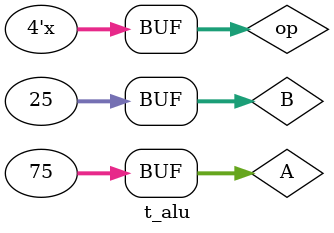
<source format=v>
/*
    date:   2018/05/31
    tag:    alu test file
*/
`include "alu.v"

module t_alu();
    reg[3:0]    op;
    reg[31:0]   A,B;

    wire[31:0]  y;
    wire        zero;

    parameter
    AND = 4'b0000,
    OR  = 4'b0001,
    add = 4'b0010,
    sub = 4'b0110,
    slt = 4'b0111;

    initial
    begin
      op = add;
      A = 32'd25;
      B = 32'd75;
    end

    always #50 op = op + 4'b1;
    always #500 A = 32'd75;
    always #500 B = 32'd25;

    alu ALU( .op(op), .A(A), .B(B), .y(y), .zero(zero));

endmodule
</source>
